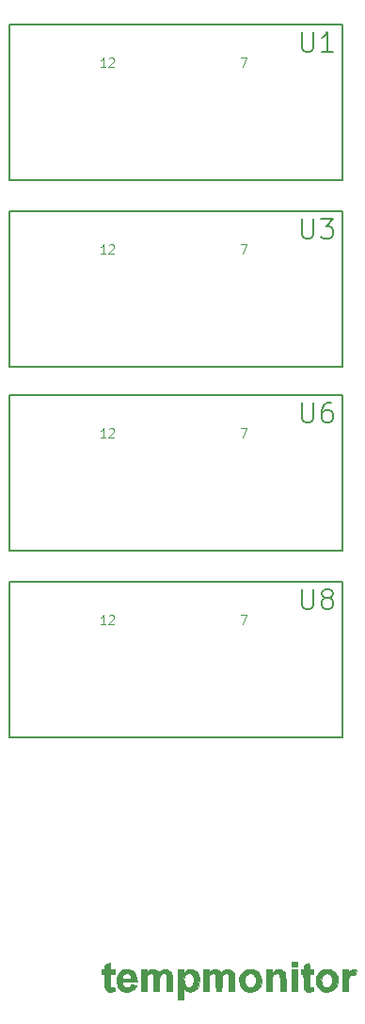
<source format=gto>
G04 #@! TF.FileFunction,Legend,Top*
%FSLAX46Y46*%
G04 Gerber Fmt 4.6, Leading zero omitted, Abs format (unit mm)*
G04 Created by KiCad (PCBNEW 4.0.2-stable) date 16-09-14 19:39:03*
%MOMM*%
G01*
G04 APERTURE LIST*
%ADD10C,0.100000*%
%ADD11C,0.066040*%
%ADD12C,0.127000*%
%ADD13C,0.010000*%
%ADD14C,0.177800*%
%ADD15C,0.076200*%
%ADD16R,2.051000X2.051000*%
%ADD17C,2.051000*%
%ADD18C,4.464000*%
G04 APERTURE END LIST*
D10*
D11*
X128270000Y-112917000D02*
X158242000Y-112917000D01*
X158242000Y-112917000D02*
X158242000Y-98947000D01*
X128270000Y-98947000D02*
X158242000Y-98947000D01*
X128270000Y-112917000D02*
X128270000Y-98947000D01*
D12*
X128270000Y-98947000D02*
X158242000Y-98947000D01*
X158242000Y-98947000D02*
X158242000Y-112917000D01*
X158242000Y-112917000D02*
X128270000Y-112917000D01*
X128270000Y-112917000D02*
X128270000Y-98947000D01*
D11*
X128270000Y-62879000D02*
X158242000Y-62879000D01*
X158242000Y-62879000D02*
X158242000Y-48909000D01*
X128270000Y-48909000D02*
X158242000Y-48909000D01*
X128270000Y-62879000D02*
X128270000Y-48909000D01*
D12*
X128270000Y-48909000D02*
X158242000Y-48909000D01*
X158242000Y-48909000D02*
X158242000Y-62879000D01*
X158242000Y-62879000D02*
X128270000Y-62879000D01*
X128270000Y-62879000D02*
X128270000Y-48909000D01*
D11*
X128270000Y-79643000D02*
X158242000Y-79643000D01*
X158242000Y-79643000D02*
X158242000Y-65673000D01*
X128270000Y-65673000D02*
X158242000Y-65673000D01*
X128270000Y-79643000D02*
X128270000Y-65673000D01*
D12*
X128270000Y-65673000D02*
X158242000Y-65673000D01*
X158242000Y-65673000D02*
X158242000Y-79643000D01*
X158242000Y-79643000D02*
X128270000Y-79643000D01*
X128270000Y-79643000D02*
X128270000Y-65673000D01*
D11*
X128270000Y-96153000D02*
X158242000Y-96153000D01*
X158242000Y-96153000D02*
X158242000Y-82183000D01*
X128270000Y-82183000D02*
X158242000Y-82183000D01*
X128270000Y-96153000D02*
X128270000Y-82183000D01*
D12*
X128270000Y-82183000D02*
X158242000Y-82183000D01*
X158242000Y-82183000D02*
X158242000Y-96153000D01*
X158242000Y-96153000D02*
X128270000Y-96153000D01*
X128270000Y-96153000D02*
X128270000Y-82183000D01*
D13*
G36*
X144715665Y-133716089D02*
X144883351Y-133778743D01*
X145036462Y-133887601D01*
X145077220Y-133928092D01*
X145182779Y-134057963D01*
X145256813Y-134193937D01*
X145306568Y-134352411D01*
X145334168Y-134509402D01*
X145347742Y-134755441D01*
X145322631Y-134987466D01*
X145261346Y-135198749D01*
X145166396Y-135382561D01*
X145040291Y-135532173D01*
X144919001Y-135622517D01*
X144738400Y-135700949D01*
X144554850Y-135729541D01*
X144375588Y-135708920D01*
X144207851Y-135639715D01*
X144087526Y-135550439D01*
X143969390Y-135441546D01*
X143969390Y-136436572D01*
X143461924Y-136436572D01*
X143461924Y-134644774D01*
X143973959Y-134644774D01*
X143978429Y-134857707D01*
X144014476Y-135030218D01*
X144083491Y-135165955D01*
X144186866Y-135268567D01*
X144220147Y-135290640D01*
X144337611Y-135333934D01*
X144469903Y-135338762D01*
X144595304Y-135305617D01*
X144639836Y-135281067D01*
X144724489Y-135207766D01*
X144784239Y-135112810D01*
X144822547Y-134987281D01*
X144842873Y-134822260D01*
X144846566Y-134748359D01*
X144849426Y-134620911D01*
X144845751Y-134529861D01*
X144833172Y-134458350D01*
X144809320Y-134389521D01*
X144789926Y-134345362D01*
X144710527Y-134213721D01*
X144612617Y-134130563D01*
X144491044Y-134092652D01*
X144385995Y-134091554D01*
X144242080Y-134121119D01*
X144131509Y-134185234D01*
X144051838Y-134287178D01*
X144000622Y-134430232D01*
X143975420Y-134617677D01*
X143973959Y-134644774D01*
X143461924Y-134644774D01*
X143461924Y-133738990D01*
X143969390Y-133738990D01*
X143969390Y-134032940D01*
X144064569Y-133927589D01*
X144207857Y-133805388D01*
X144369649Y-133729407D01*
X144541675Y-133699642D01*
X144715665Y-133716089D01*
X144715665Y-133716089D01*
G37*
X144715665Y-133716089D02*
X144883351Y-133778743D01*
X145036462Y-133887601D01*
X145077220Y-133928092D01*
X145182779Y-134057963D01*
X145256813Y-134193937D01*
X145306568Y-134352411D01*
X145334168Y-134509402D01*
X145347742Y-134755441D01*
X145322631Y-134987466D01*
X145261346Y-135198749D01*
X145166396Y-135382561D01*
X145040291Y-135532173D01*
X144919001Y-135622517D01*
X144738400Y-135700949D01*
X144554850Y-135729541D01*
X144375588Y-135708920D01*
X144207851Y-135639715D01*
X144087526Y-135550439D01*
X143969390Y-135441546D01*
X143969390Y-136436572D01*
X143461924Y-136436572D01*
X143461924Y-134644774D01*
X143973959Y-134644774D01*
X143978429Y-134857707D01*
X144014476Y-135030218D01*
X144083491Y-135165955D01*
X144186866Y-135268567D01*
X144220147Y-135290640D01*
X144337611Y-135333934D01*
X144469903Y-135338762D01*
X144595304Y-135305617D01*
X144639836Y-135281067D01*
X144724489Y-135207766D01*
X144784239Y-135112810D01*
X144822547Y-134987281D01*
X144842873Y-134822260D01*
X144846566Y-134748359D01*
X144849426Y-134620911D01*
X144845751Y-134529861D01*
X144833172Y-134458350D01*
X144809320Y-134389521D01*
X144789926Y-134345362D01*
X144710527Y-134213721D01*
X144612617Y-134130563D01*
X144491044Y-134092652D01*
X144385995Y-134091554D01*
X144242080Y-134121119D01*
X144131509Y-134185234D01*
X144051838Y-134287178D01*
X144000622Y-134430232D01*
X143975420Y-134617677D01*
X143973959Y-134644774D01*
X143461924Y-134644774D01*
X143461924Y-133738990D01*
X143969390Y-133738990D01*
X143969390Y-134032940D01*
X144064569Y-133927589D01*
X144207857Y-133805388D01*
X144369649Y-133729407D01*
X144541675Y-133699642D01*
X144715665Y-133716089D01*
G36*
X137336222Y-133122968D02*
X137341075Y-133191048D01*
X137344373Y-133291899D01*
X137345625Y-133415200D01*
X137345626Y-133418486D01*
X137345626Y-133738990D01*
X137719548Y-133738990D01*
X137719548Y-134139621D01*
X137345626Y-134139621D01*
X137345626Y-134695400D01*
X137346009Y-134900153D01*
X137348462Y-135057444D01*
X137354940Y-135173229D01*
X137367398Y-135253462D01*
X137387790Y-135304101D01*
X137418072Y-135331099D01*
X137460199Y-135340413D01*
X137516126Y-135337998D01*
X137555137Y-135333631D01*
X137628607Y-135326601D01*
X137674630Y-135333166D01*
X137700842Y-135362925D01*
X137714881Y-135425476D01*
X137724385Y-135530418D01*
X137725710Y-135547992D01*
X137727514Y-135620959D01*
X137712576Y-135659620D01*
X137672118Y-135682488D01*
X137659842Y-135686917D01*
X137581936Y-135705734D01*
X137477802Y-135720608D01*
X137368273Y-135729678D01*
X137274183Y-135731079D01*
X137225437Y-135725777D01*
X137072238Y-135671209D01*
X136963427Y-135590902D01*
X136911061Y-135516847D01*
X136892930Y-135478504D01*
X136878874Y-135436614D01*
X136868209Y-135383680D01*
X136860249Y-135312201D01*
X136854310Y-135214682D01*
X136849707Y-135083622D01*
X136845754Y-134911524D01*
X136843207Y-134773953D01*
X136832031Y-134139621D01*
X136597781Y-134139621D01*
X136597781Y-133738990D01*
X136838160Y-133738990D01*
X136838160Y-133376107D01*
X137076576Y-133237044D01*
X137177046Y-133179254D01*
X137259758Y-133133205D01*
X137314320Y-133104591D01*
X137330309Y-133097981D01*
X137336222Y-133122968D01*
X137336222Y-133122968D01*
G37*
X137336222Y-133122968D02*
X137341075Y-133191048D01*
X137344373Y-133291899D01*
X137345625Y-133415200D01*
X137345626Y-133418486D01*
X137345626Y-133738990D01*
X137719548Y-133738990D01*
X137719548Y-134139621D01*
X137345626Y-134139621D01*
X137345626Y-134695400D01*
X137346009Y-134900153D01*
X137348462Y-135057444D01*
X137354940Y-135173229D01*
X137367398Y-135253462D01*
X137387790Y-135304101D01*
X137418072Y-135331099D01*
X137460199Y-135340413D01*
X137516126Y-135337998D01*
X137555137Y-135333631D01*
X137628607Y-135326601D01*
X137674630Y-135333166D01*
X137700842Y-135362925D01*
X137714881Y-135425476D01*
X137724385Y-135530418D01*
X137725710Y-135547992D01*
X137727514Y-135620959D01*
X137712576Y-135659620D01*
X137672118Y-135682488D01*
X137659842Y-135686917D01*
X137581936Y-135705734D01*
X137477802Y-135720608D01*
X137368273Y-135729678D01*
X137274183Y-135731079D01*
X137225437Y-135725777D01*
X137072238Y-135671209D01*
X136963427Y-135590902D01*
X136911061Y-135516847D01*
X136892930Y-135478504D01*
X136878874Y-135436614D01*
X136868209Y-135383680D01*
X136860249Y-135312201D01*
X136854310Y-135214682D01*
X136849707Y-135083622D01*
X136845754Y-134911524D01*
X136843207Y-134773953D01*
X136832031Y-134139621D01*
X136597781Y-134139621D01*
X136597781Y-133738990D01*
X136838160Y-133738990D01*
X136838160Y-133376107D01*
X137076576Y-133237044D01*
X137177046Y-133179254D01*
X137259758Y-133133205D01*
X137314320Y-133104591D01*
X137330309Y-133097981D01*
X137336222Y-133122968D01*
G36*
X139054303Y-133725987D02*
X139250326Y-133792961D01*
X139414929Y-133902567D01*
X139547012Y-134053761D01*
X139645472Y-134245498D01*
X139709208Y-134476736D01*
X139720743Y-134548862D01*
X139734471Y-134655237D01*
X139744615Y-134745895D01*
X139749294Y-134803764D01*
X139749411Y-134809272D01*
X139747258Y-134825105D01*
X139736706Y-134837311D01*
X139711621Y-134846361D01*
X139665867Y-134852725D01*
X139593307Y-134856876D01*
X139487807Y-134859282D01*
X139343230Y-134860414D01*
X139153440Y-134860744D01*
X139078176Y-134860757D01*
X138406941Y-134860757D01*
X138421856Y-134971957D01*
X138465488Y-135111725D01*
X138550288Y-135224401D01*
X138667835Y-135302752D01*
X138809710Y-135339544D01*
X138851941Y-135341414D01*
X138992735Y-135322292D01*
X139103308Y-135267760D01*
X139176348Y-135181731D01*
X139184943Y-135163207D01*
X139217165Y-135085417D01*
X139449902Y-135109138D01*
X139555651Y-135121107D01*
X139639444Y-135132827D01*
X139688349Y-135142396D01*
X139695352Y-135145290D01*
X139693267Y-135176866D01*
X139666811Y-135238121D01*
X139623732Y-135316053D01*
X139571779Y-135397658D01*
X139518700Y-135469934D01*
X139472243Y-135519878D01*
X139472016Y-135520071D01*
X139315507Y-135620916D01*
X139127658Y-135691098D01*
X138923122Y-135727118D01*
X138716554Y-135725476D01*
X138650898Y-135716155D01*
X138442461Y-135654874D01*
X138264929Y-135552442D01*
X138122167Y-135411733D01*
X138024580Y-135250343D01*
X137968280Y-135088075D01*
X137930553Y-134900222D01*
X137915501Y-134712620D01*
X137920637Y-134595396D01*
X137943211Y-134480157D01*
X138414561Y-134480157D01*
X138415780Y-134502827D01*
X138425144Y-134518930D01*
X138450441Y-134529591D01*
X138499461Y-134535930D01*
X138579993Y-134539072D01*
X138699825Y-134540138D01*
X138831477Y-134540252D01*
X139248979Y-134540252D01*
X139234513Y-134432400D01*
X139194069Y-134293461D01*
X139112318Y-134186613D01*
X139046856Y-134138446D01*
X138930597Y-134095237D01*
X138796682Y-134087471D01*
X138667183Y-134114881D01*
X138607612Y-134143749D01*
X138528379Y-134216235D01*
X138461949Y-134318138D01*
X138421265Y-134426904D01*
X138414561Y-134480157D01*
X137943211Y-134480157D01*
X137968923Y-134348903D01*
X138053080Y-134139609D01*
X138171418Y-133969176D01*
X138322248Y-133839267D01*
X138503880Y-133751545D01*
X138714623Y-133707674D01*
X138827960Y-133702687D01*
X139054303Y-133725987D01*
X139054303Y-133725987D01*
G37*
X139054303Y-133725987D02*
X139250326Y-133792961D01*
X139414929Y-133902567D01*
X139547012Y-134053761D01*
X139645472Y-134245498D01*
X139709208Y-134476736D01*
X139720743Y-134548862D01*
X139734471Y-134655237D01*
X139744615Y-134745895D01*
X139749294Y-134803764D01*
X139749411Y-134809272D01*
X139747258Y-134825105D01*
X139736706Y-134837311D01*
X139711621Y-134846361D01*
X139665867Y-134852725D01*
X139593307Y-134856876D01*
X139487807Y-134859282D01*
X139343230Y-134860414D01*
X139153440Y-134860744D01*
X139078176Y-134860757D01*
X138406941Y-134860757D01*
X138421856Y-134971957D01*
X138465488Y-135111725D01*
X138550288Y-135224401D01*
X138667835Y-135302752D01*
X138809710Y-135339544D01*
X138851941Y-135341414D01*
X138992735Y-135322292D01*
X139103308Y-135267760D01*
X139176348Y-135181731D01*
X139184943Y-135163207D01*
X139217165Y-135085417D01*
X139449902Y-135109138D01*
X139555651Y-135121107D01*
X139639444Y-135132827D01*
X139688349Y-135142396D01*
X139695352Y-135145290D01*
X139693267Y-135176866D01*
X139666811Y-135238121D01*
X139623732Y-135316053D01*
X139571779Y-135397658D01*
X139518700Y-135469934D01*
X139472243Y-135519878D01*
X139472016Y-135520071D01*
X139315507Y-135620916D01*
X139127658Y-135691098D01*
X138923122Y-135727118D01*
X138716554Y-135725476D01*
X138650898Y-135716155D01*
X138442461Y-135654874D01*
X138264929Y-135552442D01*
X138122167Y-135411733D01*
X138024580Y-135250343D01*
X137968280Y-135088075D01*
X137930553Y-134900222D01*
X137915501Y-134712620D01*
X137920637Y-134595396D01*
X137943211Y-134480157D01*
X138414561Y-134480157D01*
X138415780Y-134502827D01*
X138425144Y-134518930D01*
X138450441Y-134529591D01*
X138499461Y-134535930D01*
X138579993Y-134539072D01*
X138699825Y-134540138D01*
X138831477Y-134540252D01*
X139248979Y-134540252D01*
X139234513Y-134432400D01*
X139194069Y-134293461D01*
X139112318Y-134186613D01*
X139046856Y-134138446D01*
X138930597Y-134095237D01*
X138796682Y-134087471D01*
X138667183Y-134114881D01*
X138607612Y-134143749D01*
X138528379Y-134216235D01*
X138461949Y-134318138D01*
X138421265Y-134426904D01*
X138414561Y-134480157D01*
X137943211Y-134480157D01*
X137968923Y-134348903D01*
X138053080Y-134139609D01*
X138171418Y-133969176D01*
X138322248Y-133839267D01*
X138503880Y-133751545D01*
X138714623Y-133707674D01*
X138827960Y-133702687D01*
X139054303Y-133725987D01*
G36*
X150095629Y-133704296D02*
X150307305Y-133757015D01*
X150502286Y-133854743D01*
X150673202Y-133996408D01*
X150684650Y-134008563D01*
X150824554Y-134196152D01*
X150914419Y-134402035D01*
X150953911Y-134624941D01*
X150942695Y-134863595D01*
X150929178Y-134939104D01*
X150873407Y-135132779D01*
X150789679Y-135293296D01*
X150668299Y-135437698D01*
X150619258Y-135483884D01*
X150446421Y-135604882D01*
X150245585Y-135687338D01*
X150028879Y-135727972D01*
X149808433Y-135723501D01*
X149760850Y-135716176D01*
X149552903Y-135656535D01*
X149365319Y-135559144D01*
X149206902Y-135430428D01*
X149086453Y-135276812D01*
X149043006Y-135192183D01*
X148973403Y-134972695D01*
X148947510Y-134749530D01*
X148950807Y-134703236D01*
X149439472Y-134703236D01*
X149455048Y-134887092D01*
X149505871Y-135052497D01*
X149513777Y-135069056D01*
X149605672Y-135200706D01*
X149724676Y-135291250D01*
X149861944Y-135337954D01*
X150008633Y-135338087D01*
X150155899Y-135288917D01*
X150180918Y-135275129D01*
X150297338Y-135178949D01*
X150377410Y-135047147D01*
X150422061Y-134877658D01*
X150432902Y-134713859D01*
X150429568Y-134589834D01*
X150416810Y-134497774D01*
X150390498Y-134416489D01*
X150363548Y-134358148D01*
X150273031Y-134228043D01*
X150157911Y-134139234D01*
X150027471Y-134091721D01*
X149890994Y-134085504D01*
X149757759Y-134120582D01*
X149637050Y-134196956D01*
X149538148Y-134314626D01*
X149514033Y-134358148D01*
X149459136Y-134520424D01*
X149439472Y-134703236D01*
X148950807Y-134703236D01*
X148963119Y-134530396D01*
X149018022Y-134323002D01*
X149110011Y-134135054D01*
X149236877Y-133974262D01*
X149396412Y-133848333D01*
X149434127Y-133826896D01*
X149651670Y-133738166D01*
X149874627Y-133697656D01*
X150095629Y-133704296D01*
X150095629Y-133704296D01*
G37*
X150095629Y-133704296D02*
X150307305Y-133757015D01*
X150502286Y-133854743D01*
X150673202Y-133996408D01*
X150684650Y-134008563D01*
X150824554Y-134196152D01*
X150914419Y-134402035D01*
X150953911Y-134624941D01*
X150942695Y-134863595D01*
X150929178Y-134939104D01*
X150873407Y-135132779D01*
X150789679Y-135293296D01*
X150668299Y-135437698D01*
X150619258Y-135483884D01*
X150446421Y-135604882D01*
X150245585Y-135687338D01*
X150028879Y-135727972D01*
X149808433Y-135723501D01*
X149760850Y-135716176D01*
X149552903Y-135656535D01*
X149365319Y-135559144D01*
X149206902Y-135430428D01*
X149086453Y-135276812D01*
X149043006Y-135192183D01*
X148973403Y-134972695D01*
X148947510Y-134749530D01*
X148950807Y-134703236D01*
X149439472Y-134703236D01*
X149455048Y-134887092D01*
X149505871Y-135052497D01*
X149513777Y-135069056D01*
X149605672Y-135200706D01*
X149724676Y-135291250D01*
X149861944Y-135337954D01*
X150008633Y-135338087D01*
X150155899Y-135288917D01*
X150180918Y-135275129D01*
X150297338Y-135178949D01*
X150377410Y-135047147D01*
X150422061Y-134877658D01*
X150432902Y-134713859D01*
X150429568Y-134589834D01*
X150416810Y-134497774D01*
X150390498Y-134416489D01*
X150363548Y-134358148D01*
X150273031Y-134228043D01*
X150157911Y-134139234D01*
X150027471Y-134091721D01*
X149890994Y-134085504D01*
X149757759Y-134120582D01*
X149637050Y-134196956D01*
X149538148Y-134314626D01*
X149514033Y-134358148D01*
X149459136Y-134520424D01*
X149439472Y-134703236D01*
X148950807Y-134703236D01*
X148963119Y-134530396D01*
X149018022Y-134323002D01*
X149110011Y-134135054D01*
X149236877Y-133974262D01*
X149396412Y-133848333D01*
X149434127Y-133826896D01*
X149651670Y-133738166D01*
X149874627Y-133697656D01*
X150095629Y-133704296D01*
G36*
X155231069Y-133122968D02*
X155235922Y-133191048D01*
X155239221Y-133291899D01*
X155240473Y-133415200D01*
X155240473Y-133738990D01*
X155614396Y-133738990D01*
X155614396Y-134139621D01*
X155240473Y-134139621D01*
X155240473Y-134695400D01*
X155240857Y-134900153D01*
X155243310Y-135057444D01*
X155249787Y-135173229D01*
X155262245Y-135253462D01*
X155282637Y-135304101D01*
X155312920Y-135331099D01*
X155355047Y-135340413D01*
X155410973Y-135337998D01*
X155449984Y-135333631D01*
X155523455Y-135326601D01*
X155569477Y-135333166D01*
X155595689Y-135362925D01*
X155609729Y-135425476D01*
X155619233Y-135530418D01*
X155620558Y-135547992D01*
X155622361Y-135620959D01*
X155607423Y-135659620D01*
X155566966Y-135682488D01*
X155554690Y-135686917D01*
X155476784Y-135705734D01*
X155372649Y-135720608D01*
X155263121Y-135729678D01*
X155169031Y-135731079D01*
X155120284Y-135725777D01*
X154967086Y-135671209D01*
X154858275Y-135590902D01*
X154805909Y-135516847D01*
X154787778Y-135478504D01*
X154773722Y-135436614D01*
X154763057Y-135383680D01*
X154755097Y-135312201D01*
X154749158Y-135214682D01*
X154744554Y-135083622D01*
X154740602Y-134911524D01*
X154738055Y-134773953D01*
X154726878Y-134139621D01*
X154492629Y-134139621D01*
X154492629Y-133738990D01*
X154733007Y-133738990D01*
X154733007Y-133376107D01*
X154971423Y-133237044D01*
X155071894Y-133179254D01*
X155154606Y-133133205D01*
X155209168Y-133104591D01*
X155225156Y-133097981D01*
X155231069Y-133122968D01*
X155231069Y-133122968D01*
G37*
X155231069Y-133122968D02*
X155235922Y-133191048D01*
X155239221Y-133291899D01*
X155240473Y-133415200D01*
X155240473Y-133738990D01*
X155614396Y-133738990D01*
X155614396Y-134139621D01*
X155240473Y-134139621D01*
X155240473Y-134695400D01*
X155240857Y-134900153D01*
X155243310Y-135057444D01*
X155249787Y-135173229D01*
X155262245Y-135253462D01*
X155282637Y-135304101D01*
X155312920Y-135331099D01*
X155355047Y-135340413D01*
X155410973Y-135337998D01*
X155449984Y-135333631D01*
X155523455Y-135326601D01*
X155569477Y-135333166D01*
X155595689Y-135362925D01*
X155609729Y-135425476D01*
X155619233Y-135530418D01*
X155620558Y-135547992D01*
X155622361Y-135620959D01*
X155607423Y-135659620D01*
X155566966Y-135682488D01*
X155554690Y-135686917D01*
X155476784Y-135705734D01*
X155372649Y-135720608D01*
X155263121Y-135729678D01*
X155169031Y-135731079D01*
X155120284Y-135725777D01*
X154967086Y-135671209D01*
X154858275Y-135590902D01*
X154805909Y-135516847D01*
X154787778Y-135478504D01*
X154773722Y-135436614D01*
X154763057Y-135383680D01*
X154755097Y-135312201D01*
X154749158Y-135214682D01*
X154744554Y-135083622D01*
X154740602Y-134911524D01*
X154738055Y-134773953D01*
X154726878Y-134139621D01*
X154492629Y-134139621D01*
X154492629Y-133738990D01*
X154733007Y-133738990D01*
X154733007Y-133376107D01*
X154971423Y-133237044D01*
X155071894Y-133179254D01*
X155154606Y-133133205D01*
X155209168Y-133104591D01*
X155225156Y-133097981D01*
X155231069Y-133122968D01*
G36*
X156986480Y-133704296D02*
X157198157Y-133757015D01*
X157393138Y-133854743D01*
X157564054Y-133996408D01*
X157575502Y-134008563D01*
X157715406Y-134196152D01*
X157805271Y-134402035D01*
X157844763Y-134624941D01*
X157833547Y-134863595D01*
X157820030Y-134939104D01*
X157764259Y-135132779D01*
X157680531Y-135293296D01*
X157559151Y-135437698D01*
X157510109Y-135483884D01*
X157337272Y-135604882D01*
X157136436Y-135687338D01*
X156919731Y-135727972D01*
X156699285Y-135723501D01*
X156651702Y-135716176D01*
X156443755Y-135656535D01*
X156256171Y-135559144D01*
X156097754Y-135430428D01*
X155977304Y-135276812D01*
X155933857Y-135192183D01*
X155864254Y-134972695D01*
X155838362Y-134749530D01*
X155841659Y-134703236D01*
X156330324Y-134703236D01*
X156345900Y-134887092D01*
X156396723Y-135052497D01*
X156404629Y-135069056D01*
X156496524Y-135200706D01*
X156615528Y-135291250D01*
X156752796Y-135337954D01*
X156899485Y-135338087D01*
X157046750Y-135288917D01*
X157071770Y-135275129D01*
X157188190Y-135178949D01*
X157268262Y-135047147D01*
X157312913Y-134877658D01*
X157323754Y-134713859D01*
X157306723Y-134512790D01*
X157255012Y-134351058D01*
X157167694Y-134226598D01*
X157071770Y-134152588D01*
X156925532Y-134094747D01*
X156778115Y-134086585D01*
X156638487Y-134125336D01*
X156515620Y-134208236D01*
X156418485Y-134332520D01*
X156404885Y-134358148D01*
X156349988Y-134520424D01*
X156330324Y-134703236D01*
X155841659Y-134703236D01*
X155853971Y-134530396D01*
X155908874Y-134323002D01*
X156000863Y-134135054D01*
X156127729Y-133974262D01*
X156287264Y-133848333D01*
X156324978Y-133826896D01*
X156542521Y-133738166D01*
X156765479Y-133697656D01*
X156986480Y-133704296D01*
X156986480Y-133704296D01*
G37*
X156986480Y-133704296D02*
X157198157Y-133757015D01*
X157393138Y-133854743D01*
X157564054Y-133996408D01*
X157575502Y-134008563D01*
X157715406Y-134196152D01*
X157805271Y-134402035D01*
X157844763Y-134624941D01*
X157833547Y-134863595D01*
X157820030Y-134939104D01*
X157764259Y-135132779D01*
X157680531Y-135293296D01*
X157559151Y-135437698D01*
X157510109Y-135483884D01*
X157337272Y-135604882D01*
X157136436Y-135687338D01*
X156919731Y-135727972D01*
X156699285Y-135723501D01*
X156651702Y-135716176D01*
X156443755Y-135656535D01*
X156256171Y-135559144D01*
X156097754Y-135430428D01*
X155977304Y-135276812D01*
X155933857Y-135192183D01*
X155864254Y-134972695D01*
X155838362Y-134749530D01*
X155841659Y-134703236D01*
X156330324Y-134703236D01*
X156345900Y-134887092D01*
X156396723Y-135052497D01*
X156404629Y-135069056D01*
X156496524Y-135200706D01*
X156615528Y-135291250D01*
X156752796Y-135337954D01*
X156899485Y-135338087D01*
X157046750Y-135288917D01*
X157071770Y-135275129D01*
X157188190Y-135178949D01*
X157268262Y-135047147D01*
X157312913Y-134877658D01*
X157323754Y-134713859D01*
X157306723Y-134512790D01*
X157255012Y-134351058D01*
X157167694Y-134226598D01*
X157071770Y-134152588D01*
X156925532Y-134094747D01*
X156778115Y-134086585D01*
X156638487Y-134125336D01*
X156515620Y-134208236D01*
X156418485Y-134332520D01*
X156404885Y-134358148D01*
X156349988Y-134520424D01*
X156330324Y-134703236D01*
X155841659Y-134703236D01*
X155853971Y-134530396D01*
X155908874Y-134323002D01*
X156000863Y-134135054D01*
X156127729Y-133974262D01*
X156287264Y-133848333D01*
X156324978Y-133826896D01*
X156542521Y-133738166D01*
X156765479Y-133697656D01*
X156986480Y-133704296D01*
G36*
X141320811Y-133715700D02*
X141466617Y-133774414D01*
X141547624Y-133831680D01*
X141614407Y-133895698D01*
X141636036Y-133924954D01*
X141682343Y-134003346D01*
X141783023Y-133912388D01*
X141950370Y-133790418D01*
X142127016Y-133720401D01*
X142317530Y-133701083D01*
X142480950Y-133720865D01*
X142594326Y-133767492D01*
X142705292Y-133853969D01*
X142799508Y-133968073D01*
X142828341Y-134016903D01*
X142845045Y-134051119D01*
X142858312Y-134087664D01*
X142868641Y-134133085D01*
X142876532Y-134193933D01*
X142882483Y-134276758D01*
X142886994Y-134388107D01*
X142890564Y-134534531D01*
X142893691Y-134722579D01*
X142896212Y-134907497D01*
X142906386Y-135688727D01*
X142395991Y-135688727D01*
X142380221Y-134215049D01*
X142305283Y-134150626D01*
X142206914Y-134098182D01*
X142095362Y-134089214D01*
X141983255Y-134120432D01*
X141883222Y-134188543D01*
X141813957Y-134278661D01*
X141798686Y-134312278D01*
X141786743Y-134355104D01*
X141777602Y-134414116D01*
X141770739Y-134496291D01*
X141765627Y-134608608D01*
X141761740Y-134758044D01*
X141758555Y-134951576D01*
X141757550Y-135027686D01*
X141749180Y-135688727D01*
X141247516Y-135688727D01*
X141231746Y-134223961D01*
X141164974Y-134152522D01*
X141118917Y-134110369D01*
X141071026Y-134091395D01*
X141000386Y-134089558D01*
X140957390Y-134092567D01*
X140819409Y-134126744D01*
X140713080Y-134201950D01*
X140643116Y-134314446D01*
X140630779Y-134351773D01*
X140623181Y-134405445D01*
X140616426Y-134503528D01*
X140610848Y-134637015D01*
X140606780Y-134796903D01*
X140604556Y-134974185D01*
X140604240Y-135067749D01*
X140604091Y-135688727D01*
X140096625Y-135688727D01*
X140096625Y-133738990D01*
X140604091Y-133738990D01*
X140604091Y-134009881D01*
X140690894Y-133918223D01*
X140831322Y-133803180D01*
X140989744Y-133729851D01*
X141156220Y-133700076D01*
X141320811Y-133715700D01*
X141320811Y-133715700D01*
G37*
X141320811Y-133715700D02*
X141466617Y-133774414D01*
X141547624Y-133831680D01*
X141614407Y-133895698D01*
X141636036Y-133924954D01*
X141682343Y-134003346D01*
X141783023Y-133912388D01*
X141950370Y-133790418D01*
X142127016Y-133720401D01*
X142317530Y-133701083D01*
X142480950Y-133720865D01*
X142594326Y-133767492D01*
X142705292Y-133853969D01*
X142799508Y-133968073D01*
X142828341Y-134016903D01*
X142845045Y-134051119D01*
X142858312Y-134087664D01*
X142868641Y-134133085D01*
X142876532Y-134193933D01*
X142882483Y-134276758D01*
X142886994Y-134388107D01*
X142890564Y-134534531D01*
X142893691Y-134722579D01*
X142896212Y-134907497D01*
X142906386Y-135688727D01*
X142395991Y-135688727D01*
X142380221Y-134215049D01*
X142305283Y-134150626D01*
X142206914Y-134098182D01*
X142095362Y-134089214D01*
X141983255Y-134120432D01*
X141883222Y-134188543D01*
X141813957Y-134278661D01*
X141798686Y-134312278D01*
X141786743Y-134355104D01*
X141777602Y-134414116D01*
X141770739Y-134496291D01*
X141765627Y-134608608D01*
X141761740Y-134758044D01*
X141758555Y-134951576D01*
X141757550Y-135027686D01*
X141749180Y-135688727D01*
X141247516Y-135688727D01*
X141231746Y-134223961D01*
X141164974Y-134152522D01*
X141118917Y-134110369D01*
X141071026Y-134091395D01*
X141000386Y-134089558D01*
X140957390Y-134092567D01*
X140819409Y-134126744D01*
X140713080Y-134201950D01*
X140643116Y-134314446D01*
X140630779Y-134351773D01*
X140623181Y-134405445D01*
X140616426Y-134503528D01*
X140610848Y-134637015D01*
X140606780Y-134796903D01*
X140604556Y-134974185D01*
X140604240Y-135067749D01*
X140604091Y-135688727D01*
X140096625Y-135688727D01*
X140096625Y-133738990D01*
X140604091Y-133738990D01*
X140604091Y-134009881D01*
X140690894Y-133918223D01*
X140831322Y-133803180D01*
X140989744Y-133729851D01*
X141156220Y-133700076D01*
X141320811Y-133715700D01*
G36*
X146929643Y-133715700D02*
X147075450Y-133774414D01*
X147156457Y-133831680D01*
X147223239Y-133895698D01*
X147244869Y-133924954D01*
X147291176Y-134003346D01*
X147391856Y-133912388D01*
X147559203Y-133790418D01*
X147735848Y-133720401D01*
X147926362Y-133701083D01*
X148089783Y-133720865D01*
X148203159Y-133767492D01*
X148314125Y-133853969D01*
X148408340Y-133968073D01*
X148437174Y-134016903D01*
X148453878Y-134051119D01*
X148467145Y-134087664D01*
X148477474Y-134133085D01*
X148485365Y-134193933D01*
X148491316Y-134276758D01*
X148495827Y-134388107D01*
X148499397Y-134534531D01*
X148502524Y-134722579D01*
X148505044Y-134907497D01*
X148515219Y-135688727D01*
X148004824Y-135688727D01*
X147989054Y-134215049D01*
X147914115Y-134150626D01*
X147815747Y-134098182D01*
X147704195Y-134089214D01*
X147592088Y-134120432D01*
X147492055Y-134188543D01*
X147422790Y-134278661D01*
X147407519Y-134312278D01*
X147395576Y-134355104D01*
X147386435Y-134414116D01*
X147379572Y-134496291D01*
X147374459Y-134608608D01*
X147370573Y-134758044D01*
X147367388Y-134951576D01*
X147366383Y-135027686D01*
X147358013Y-135688727D01*
X146856349Y-135688727D01*
X146848464Y-134956344D01*
X146840578Y-134223961D01*
X146773807Y-134152522D01*
X146727749Y-134110369D01*
X146679859Y-134091395D01*
X146609219Y-134089558D01*
X146566223Y-134092567D01*
X146428242Y-134126744D01*
X146321913Y-134201950D01*
X146251948Y-134314446D01*
X146239612Y-134351773D01*
X146232014Y-134405445D01*
X146225259Y-134503528D01*
X146219681Y-134637015D01*
X146215613Y-134796903D01*
X146213389Y-134974185D01*
X146213072Y-135067749D01*
X146212923Y-135688727D01*
X145705458Y-135688727D01*
X145705458Y-133738990D01*
X146212923Y-133738990D01*
X146212923Y-134009881D01*
X146299727Y-133918223D01*
X146440155Y-133803180D01*
X146598577Y-133729851D01*
X146765053Y-133700076D01*
X146929643Y-133715700D01*
X146929643Y-133715700D01*
G37*
X146929643Y-133715700D02*
X147075450Y-133774414D01*
X147156457Y-133831680D01*
X147223239Y-133895698D01*
X147244869Y-133924954D01*
X147291176Y-134003346D01*
X147391856Y-133912388D01*
X147559203Y-133790418D01*
X147735848Y-133720401D01*
X147926362Y-133701083D01*
X148089783Y-133720865D01*
X148203159Y-133767492D01*
X148314125Y-133853969D01*
X148408340Y-133968073D01*
X148437174Y-134016903D01*
X148453878Y-134051119D01*
X148467145Y-134087664D01*
X148477474Y-134133085D01*
X148485365Y-134193933D01*
X148491316Y-134276758D01*
X148495827Y-134388107D01*
X148499397Y-134534531D01*
X148502524Y-134722579D01*
X148505044Y-134907497D01*
X148515219Y-135688727D01*
X148004824Y-135688727D01*
X147989054Y-134215049D01*
X147914115Y-134150626D01*
X147815747Y-134098182D01*
X147704195Y-134089214D01*
X147592088Y-134120432D01*
X147492055Y-134188543D01*
X147422790Y-134278661D01*
X147407519Y-134312278D01*
X147395576Y-134355104D01*
X147386435Y-134414116D01*
X147379572Y-134496291D01*
X147374459Y-134608608D01*
X147370573Y-134758044D01*
X147367388Y-134951576D01*
X147366383Y-135027686D01*
X147358013Y-135688727D01*
X146856349Y-135688727D01*
X146848464Y-134956344D01*
X146840578Y-134223961D01*
X146773807Y-134152522D01*
X146727749Y-134110369D01*
X146679859Y-134091395D01*
X146609219Y-134089558D01*
X146566223Y-134092567D01*
X146428242Y-134126744D01*
X146321913Y-134201950D01*
X146251948Y-134314446D01*
X146239612Y-134351773D01*
X146232014Y-134405445D01*
X146225259Y-134503528D01*
X146219681Y-134637015D01*
X146215613Y-134796903D01*
X146213389Y-134974185D01*
X146213072Y-135067749D01*
X146212923Y-135688727D01*
X145705458Y-135688727D01*
X145705458Y-133738990D01*
X146212923Y-133738990D01*
X146212923Y-134009881D01*
X146299727Y-133918223D01*
X146440155Y-133803180D01*
X146598577Y-133729851D01*
X146765053Y-133700076D01*
X146929643Y-133715700D01*
G36*
X152667968Y-133720789D02*
X152819326Y-133772476D01*
X152942421Y-133855826D01*
X152962280Y-133875948D01*
X153003720Y-133923977D01*
X153036955Y-133972397D01*
X153062992Y-134027662D01*
X153082837Y-134096227D01*
X153097496Y-134184547D01*
X153107977Y-134299077D01*
X153115285Y-134446273D01*
X153120428Y-134632590D01*
X153124411Y-134864483D01*
X153125212Y-134920851D01*
X153135893Y-135688727D01*
X152623018Y-135688727D01*
X152623018Y-135020151D01*
X152622295Y-134789607D01*
X152619444Y-134606152D01*
X152613442Y-134463470D01*
X152603266Y-134355246D01*
X152587892Y-134275164D01*
X152566299Y-134216906D01*
X152537461Y-134174157D01*
X152500357Y-134140600D01*
X152478032Y-134125063D01*
X152394434Y-134095617D01*
X152285178Y-134089572D01*
X152171851Y-134105410D01*
X152076042Y-134141610D01*
X152055850Y-134154774D01*
X152006985Y-134193238D01*
X151968648Y-134231905D01*
X151939463Y-134277614D01*
X151918054Y-134337204D01*
X151903044Y-134417512D01*
X151893058Y-134525376D01*
X151886717Y-134667636D01*
X151882647Y-134851130D01*
X151880158Y-135027686D01*
X151871788Y-135688727D01*
X151367708Y-135688727D01*
X151367708Y-133738990D01*
X151875174Y-133738990D01*
X151875174Y-134034645D01*
X151959573Y-133938520D01*
X152034626Y-133869319D01*
X152130548Y-133801470D01*
X152179920Y-133773461D01*
X152334704Y-133719505D01*
X152501907Y-133702539D01*
X152667968Y-133720789D01*
X152667968Y-133720789D01*
G37*
X152667968Y-133720789D02*
X152819326Y-133772476D01*
X152942421Y-133855826D01*
X152962280Y-133875948D01*
X153003720Y-133923977D01*
X153036955Y-133972397D01*
X153062992Y-134027662D01*
X153082837Y-134096227D01*
X153097496Y-134184547D01*
X153107977Y-134299077D01*
X153115285Y-134446273D01*
X153120428Y-134632590D01*
X153124411Y-134864483D01*
X153125212Y-134920851D01*
X153135893Y-135688727D01*
X152623018Y-135688727D01*
X152623018Y-135020151D01*
X152622295Y-134789607D01*
X152619444Y-134606152D01*
X152613442Y-134463470D01*
X152603266Y-134355246D01*
X152587892Y-134275164D01*
X152566299Y-134216906D01*
X152537461Y-134174157D01*
X152500357Y-134140600D01*
X152478032Y-134125063D01*
X152394434Y-134095617D01*
X152285178Y-134089572D01*
X152171851Y-134105410D01*
X152076042Y-134141610D01*
X152055850Y-134154774D01*
X152006985Y-134193238D01*
X151968648Y-134231905D01*
X151939463Y-134277614D01*
X151918054Y-134337204D01*
X151903044Y-134417512D01*
X151893058Y-134525376D01*
X151886717Y-134667636D01*
X151882647Y-134851130D01*
X151880158Y-135027686D01*
X151871788Y-135688727D01*
X151367708Y-135688727D01*
X151367708Y-133738990D01*
X151875174Y-133738990D01*
X151875174Y-134034645D01*
X151959573Y-133938520D01*
X152034626Y-133869319D01*
X152130548Y-133801470D01*
X152179920Y-133773461D01*
X152334704Y-133719505D01*
X152501907Y-133702539D01*
X152667968Y-133720789D01*
G36*
X154172124Y-135688727D02*
X153664658Y-135688727D01*
X153664658Y-133738990D01*
X154172124Y-133738990D01*
X154172124Y-135688727D01*
X154172124Y-135688727D01*
G37*
X154172124Y-135688727D02*
X153664658Y-135688727D01*
X153664658Y-133738990D01*
X154172124Y-133738990D01*
X154172124Y-135688727D01*
G36*
X159375494Y-133737908D02*
X159410372Y-133754462D01*
X159480481Y-133790325D01*
X159424553Y-134019976D01*
X159396685Y-134129611D01*
X159375312Y-134196104D01*
X159355706Y-134228536D01*
X159333141Y-134235990D01*
X159314381Y-134231655D01*
X159154569Y-134196932D01*
X159022423Y-134207759D01*
X158918096Y-134264088D01*
X158841742Y-134365872D01*
X158835881Y-134378051D01*
X158817202Y-134422586D01*
X158802907Y-134470251D01*
X158792268Y-134529067D01*
X158784558Y-134607051D01*
X158779050Y-134712223D01*
X158775014Y-134852601D01*
X158771725Y-135036205D01*
X158770867Y-135094458D01*
X158762353Y-135688727D01*
X158258560Y-135688727D01*
X158258560Y-133738990D01*
X158766025Y-133738990D01*
X158766025Y-134010230D01*
X158853551Y-133894642D01*
X158968050Y-133777171D01*
X159093773Y-133711749D01*
X159229871Y-133698590D01*
X159375494Y-133737908D01*
X159375494Y-133737908D01*
G37*
X159375494Y-133737908D02*
X159410372Y-133754462D01*
X159480481Y-133790325D01*
X159424553Y-134019976D01*
X159396685Y-134129611D01*
X159375312Y-134196104D01*
X159355706Y-134228536D01*
X159333141Y-134235990D01*
X159314381Y-134231655D01*
X159154569Y-134196932D01*
X159022423Y-134207759D01*
X158918096Y-134264088D01*
X158841742Y-134365872D01*
X158835881Y-134378051D01*
X158817202Y-134422586D01*
X158802907Y-134470251D01*
X158792268Y-134529067D01*
X158784558Y-134607051D01*
X158779050Y-134712223D01*
X158775014Y-134852601D01*
X158771725Y-135036205D01*
X158770867Y-135094458D01*
X158762353Y-135688727D01*
X158258560Y-135688727D01*
X158258560Y-133738990D01*
X158766025Y-133738990D01*
X158766025Y-134010230D01*
X158853551Y-133894642D01*
X158968050Y-133777171D01*
X159093773Y-133711749D01*
X159229871Y-133698590D01*
X159375494Y-133737908D01*
G36*
X154172124Y-133471903D02*
X153664658Y-133471903D01*
X153664658Y-133017855D01*
X154172124Y-133017855D01*
X154172124Y-133471903D01*
X154172124Y-133471903D01*
G37*
X154172124Y-133471903D02*
X153664658Y-133471903D01*
X153664658Y-133017855D01*
X154172124Y-133017855D01*
X154172124Y-133471903D01*
D14*
X154601333Y-99624333D02*
X154601333Y-101063667D01*
X154686000Y-101233000D01*
X154770667Y-101317667D01*
X154940000Y-101402333D01*
X155278667Y-101402333D01*
X155448000Y-101317667D01*
X155532667Y-101233000D01*
X155617333Y-101063667D01*
X155617333Y-99624333D01*
X156718000Y-100386333D02*
X156548667Y-100301667D01*
X156464000Y-100217000D01*
X156379334Y-100047667D01*
X156379334Y-99963000D01*
X156464000Y-99793667D01*
X156548667Y-99709000D01*
X156718000Y-99624333D01*
X157056667Y-99624333D01*
X157226000Y-99709000D01*
X157310667Y-99793667D01*
X157395334Y-99963000D01*
X157395334Y-100047667D01*
X157310667Y-100217000D01*
X157226000Y-100301667D01*
X157056667Y-100386333D01*
X156718000Y-100386333D01*
X156548667Y-100471000D01*
X156464000Y-100555667D01*
X156379334Y-100725000D01*
X156379334Y-101063667D01*
X156464000Y-101233000D01*
X156548667Y-101317667D01*
X156718000Y-101402333D01*
X157056667Y-101402333D01*
X157226000Y-101317667D01*
X157310667Y-101233000D01*
X157395334Y-101063667D01*
X157395334Y-100725000D01*
X157310667Y-100555667D01*
X157226000Y-100471000D01*
X157056667Y-100386333D01*
D15*
X149106467Y-101908035D02*
X149648334Y-101908035D01*
X149299991Y-102720835D01*
X136928981Y-102720835D02*
X136464524Y-102720835D01*
X136696753Y-102720835D02*
X136696753Y-101908035D01*
X136619343Y-102024150D01*
X136541934Y-102101559D01*
X136464524Y-102140264D01*
X137238619Y-101985445D02*
X137277324Y-101946740D01*
X137354733Y-101908035D01*
X137548257Y-101908035D01*
X137625667Y-101946740D01*
X137664371Y-101985445D01*
X137703076Y-102062854D01*
X137703076Y-102140264D01*
X137664371Y-102256378D01*
X137199914Y-102720835D01*
X137703076Y-102720835D01*
D14*
X154601333Y-49586333D02*
X154601333Y-51025667D01*
X154686000Y-51195000D01*
X154770667Y-51279667D01*
X154940000Y-51364333D01*
X155278667Y-51364333D01*
X155448000Y-51279667D01*
X155532667Y-51195000D01*
X155617333Y-51025667D01*
X155617333Y-49586333D01*
X157395334Y-51364333D02*
X156379334Y-51364333D01*
X156887334Y-51364333D02*
X156887334Y-49586333D01*
X156718000Y-49840333D01*
X156548667Y-50009667D01*
X156379334Y-50094333D01*
D15*
X149106467Y-51870035D02*
X149648334Y-51870035D01*
X149299991Y-52682835D01*
X136928981Y-52682835D02*
X136464524Y-52682835D01*
X136696753Y-52682835D02*
X136696753Y-51870035D01*
X136619343Y-51986150D01*
X136541934Y-52063559D01*
X136464524Y-52102264D01*
X137238619Y-51947445D02*
X137277324Y-51908740D01*
X137354733Y-51870035D01*
X137548257Y-51870035D01*
X137625667Y-51908740D01*
X137664371Y-51947445D01*
X137703076Y-52024854D01*
X137703076Y-52102264D01*
X137664371Y-52218378D01*
X137199914Y-52682835D01*
X137703076Y-52682835D01*
D14*
X154601333Y-66350333D02*
X154601333Y-67789667D01*
X154686000Y-67959000D01*
X154770667Y-68043667D01*
X154940000Y-68128333D01*
X155278667Y-68128333D01*
X155448000Y-68043667D01*
X155532667Y-67959000D01*
X155617333Y-67789667D01*
X155617333Y-66350333D01*
X156294667Y-66350333D02*
X157395334Y-66350333D01*
X156802667Y-67027667D01*
X157056667Y-67027667D01*
X157226000Y-67112333D01*
X157310667Y-67197000D01*
X157395334Y-67366333D01*
X157395334Y-67789667D01*
X157310667Y-67959000D01*
X157226000Y-68043667D01*
X157056667Y-68128333D01*
X156548667Y-68128333D01*
X156379334Y-68043667D01*
X156294667Y-67959000D01*
D15*
X149106467Y-68634035D02*
X149648334Y-68634035D01*
X149299991Y-69446835D01*
X136928981Y-69446835D02*
X136464524Y-69446835D01*
X136696753Y-69446835D02*
X136696753Y-68634035D01*
X136619343Y-68750150D01*
X136541934Y-68827559D01*
X136464524Y-68866264D01*
X137238619Y-68711445D02*
X137277324Y-68672740D01*
X137354733Y-68634035D01*
X137548257Y-68634035D01*
X137625667Y-68672740D01*
X137664371Y-68711445D01*
X137703076Y-68788854D01*
X137703076Y-68866264D01*
X137664371Y-68982378D01*
X137199914Y-69446835D01*
X137703076Y-69446835D01*
D14*
X154601333Y-82860333D02*
X154601333Y-84299667D01*
X154686000Y-84469000D01*
X154770667Y-84553667D01*
X154940000Y-84638333D01*
X155278667Y-84638333D01*
X155448000Y-84553667D01*
X155532667Y-84469000D01*
X155617333Y-84299667D01*
X155617333Y-82860333D01*
X157226000Y-82860333D02*
X156887334Y-82860333D01*
X156718000Y-82945000D01*
X156633334Y-83029667D01*
X156464000Y-83283667D01*
X156379334Y-83622333D01*
X156379334Y-84299667D01*
X156464000Y-84469000D01*
X156548667Y-84553667D01*
X156718000Y-84638333D01*
X157056667Y-84638333D01*
X157226000Y-84553667D01*
X157310667Y-84469000D01*
X157395334Y-84299667D01*
X157395334Y-83876333D01*
X157310667Y-83707000D01*
X157226000Y-83622333D01*
X157056667Y-83537667D01*
X156718000Y-83537667D01*
X156548667Y-83622333D01*
X156464000Y-83707000D01*
X156379334Y-83876333D01*
D15*
X149106467Y-85144035D02*
X149648334Y-85144035D01*
X149299991Y-85956835D01*
X136928981Y-85956835D02*
X136464524Y-85956835D01*
X136696753Y-85956835D02*
X136696753Y-85144035D01*
X136619343Y-85260150D01*
X136541934Y-85337559D01*
X136464524Y-85376264D01*
X137238619Y-85221445D02*
X137277324Y-85182740D01*
X137354733Y-85144035D01*
X137548257Y-85144035D01*
X137625667Y-85182740D01*
X137664371Y-85221445D01*
X137703076Y-85298854D01*
X137703076Y-85376264D01*
X137664371Y-85492378D01*
X137199914Y-85956835D01*
X137703076Y-85956835D01*
%LPC*%
D16*
X136906000Y-111012000D03*
D17*
X139446000Y-111012000D03*
X141986000Y-111012000D03*
X144526000Y-111012000D03*
X147066000Y-111012000D03*
X149606000Y-111012000D03*
X149606000Y-100852000D03*
X147066000Y-100852000D03*
X144526000Y-100852000D03*
X141986000Y-100852000D03*
X139446000Y-100852000D03*
X136906000Y-100852000D03*
D16*
X136906000Y-60974000D03*
D17*
X139446000Y-60974000D03*
X141986000Y-60974000D03*
X144526000Y-60974000D03*
X147066000Y-60974000D03*
X149606000Y-60974000D03*
X149606000Y-50814000D03*
X147066000Y-50814000D03*
X144526000Y-50814000D03*
X141986000Y-50814000D03*
X139446000Y-50814000D03*
X136906000Y-50814000D03*
D16*
X136906000Y-77738000D03*
D17*
X139446000Y-77738000D03*
X141986000Y-77738000D03*
X144526000Y-77738000D03*
X147066000Y-77738000D03*
X149606000Y-77738000D03*
X149606000Y-67578000D03*
X147066000Y-67578000D03*
X144526000Y-67578000D03*
X141986000Y-67578000D03*
X139446000Y-67578000D03*
X136906000Y-67578000D03*
D16*
X136906000Y-94248000D03*
D17*
X139446000Y-94248000D03*
X141986000Y-94248000D03*
X144526000Y-94248000D03*
X147066000Y-94248000D03*
X149606000Y-94248000D03*
X149606000Y-84088000D03*
X147066000Y-84088000D03*
X144526000Y-84088000D03*
X141986000Y-84088000D03*
X139446000Y-84088000D03*
X136906000Y-84088000D03*
D18*
X163000000Y-135000000D03*
X163000000Y-48000000D03*
X121000000Y-48000000D03*
X121000000Y-135000000D03*
M02*

</source>
